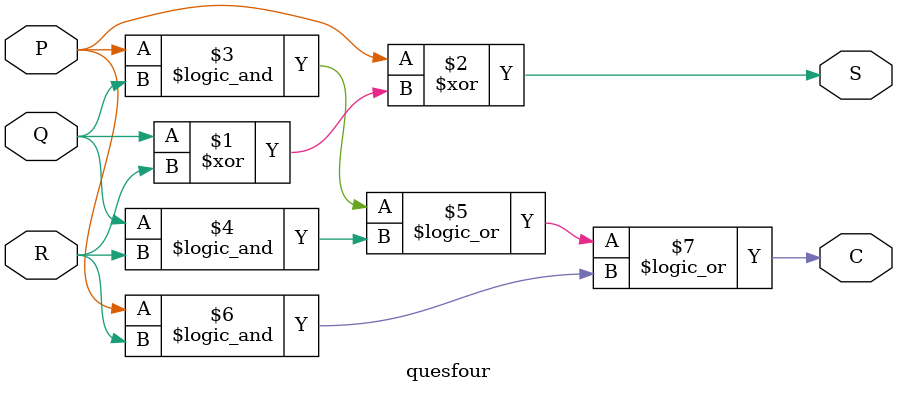
<source format=v>
module quesfour(
    input P,
    input Q,
    input R,
    output S,
    output C
);

assign S = (P^(Q^R));
assign C = ((P&&Q) || (Q&&R) || (P&&R));

endmodule

</source>
